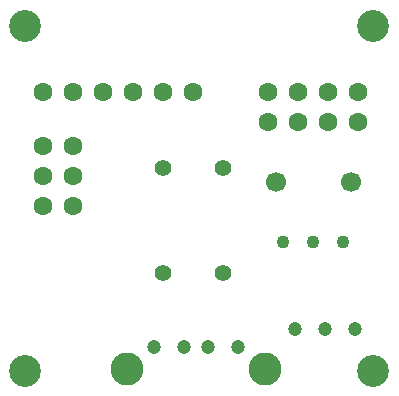
<source format=gbs>
G04 (created by PCBNEW (22-Jun-2014 BZR 4027)-stable) date Wed 03 Feb 2016 19:08:17 GMT*
%MOIN*%
G04 Gerber Fmt 3.4, Leading zero omitted, Abs format*
%FSLAX34Y34*%
G01*
G70*
G90*
G04 APERTURE LIST*
%ADD10C,0.00590551*%
%ADD11C,0.0629921*%
%ADD12C,0.055*%
%ADD13C,0.110236*%
%ADD14C,0.0472441*%
%ADD15C,0.0433071*%
%ADD16C,0.0669291*%
%ADD17C,0.106299*%
G04 APERTURE END LIST*
G54D10*
G54D11*
X82000Y-61000D03*
X82000Y-60000D03*
X81000Y-60000D03*
X81000Y-61000D03*
X80000Y-61000D03*
X80000Y-60000D03*
X83000Y-60000D03*
X83000Y-61000D03*
G54D12*
X78500Y-66050D03*
X78500Y-62550D03*
X76500Y-62550D03*
X76500Y-66050D03*
G54D11*
X75500Y-60000D03*
X74500Y-60000D03*
X73500Y-60000D03*
X72500Y-60000D03*
X76500Y-60000D03*
X77500Y-60000D03*
G54D13*
X75300Y-69250D03*
X79900Y-69250D03*
G54D14*
X76200Y-68500D03*
X77200Y-68500D03*
X78000Y-68500D03*
X79000Y-68500D03*
G54D11*
X72500Y-63800D03*
X72500Y-62800D03*
X72500Y-61800D03*
X73500Y-63800D03*
X73500Y-62800D03*
X73500Y-61800D03*
G54D15*
X81500Y-65000D03*
X80500Y-65000D03*
X82500Y-65000D03*
G54D16*
X82750Y-63000D03*
X80250Y-63000D03*
G54D14*
X81900Y-67900D03*
X80900Y-67900D03*
X82900Y-67900D03*
G54D17*
X83500Y-57800D03*
X71900Y-69300D03*
X71900Y-57800D03*
X83500Y-69300D03*
M02*

</source>
